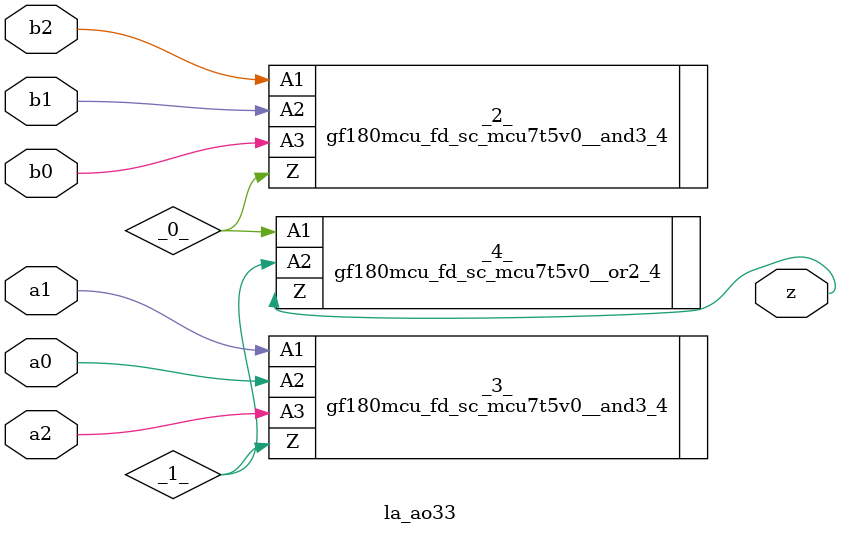
<source format=v>

/* Generated by Yosys 0.44 (git sha1 80ba43d26, g++ 11.4.0-1ubuntu1~22.04 -fPIC -O3) */

(* top =  1  *)
(* src = "inputs/la_ao33.v:10.1-24.10" *)
module la_ao33 (
    a0,
    a1,
    a2,
    b0,
    b1,
    b2,
    z
);
  wire _0_;
  wire _1_;
  (* src = "inputs/la_ao33.v:13.12-13.14" *)
  input a0;
  wire a0;
  (* src = "inputs/la_ao33.v:14.12-14.14" *)
  input a1;
  wire a1;
  (* src = "inputs/la_ao33.v:15.12-15.14" *)
  input a2;
  wire a2;
  (* src = "inputs/la_ao33.v:16.12-16.14" *)
  input b0;
  wire b0;
  (* src = "inputs/la_ao33.v:17.12-17.14" *)
  input b1;
  wire b1;
  (* src = "inputs/la_ao33.v:18.12-18.14" *)
  input b2;
  wire b2;
  (* src = "inputs/la_ao33.v:19.12-19.13" *)
  output z;
  wire z;
  gf180mcu_fd_sc_mcu7t5v0__and3_4 _2_ (
      .A1(b2),
      .A2(b1),
      .A3(b0),
      .Z (_0_)
  );
  gf180mcu_fd_sc_mcu7t5v0__and3_4 _3_ (
      .A1(a1),
      .A2(a0),
      .A3(a2),
      .Z (_1_)
  );
  gf180mcu_fd_sc_mcu7t5v0__or2_4 _4_ (
      .A1(_0_),
      .A2(_1_),
      .Z (z)
  );
endmodule

</source>
